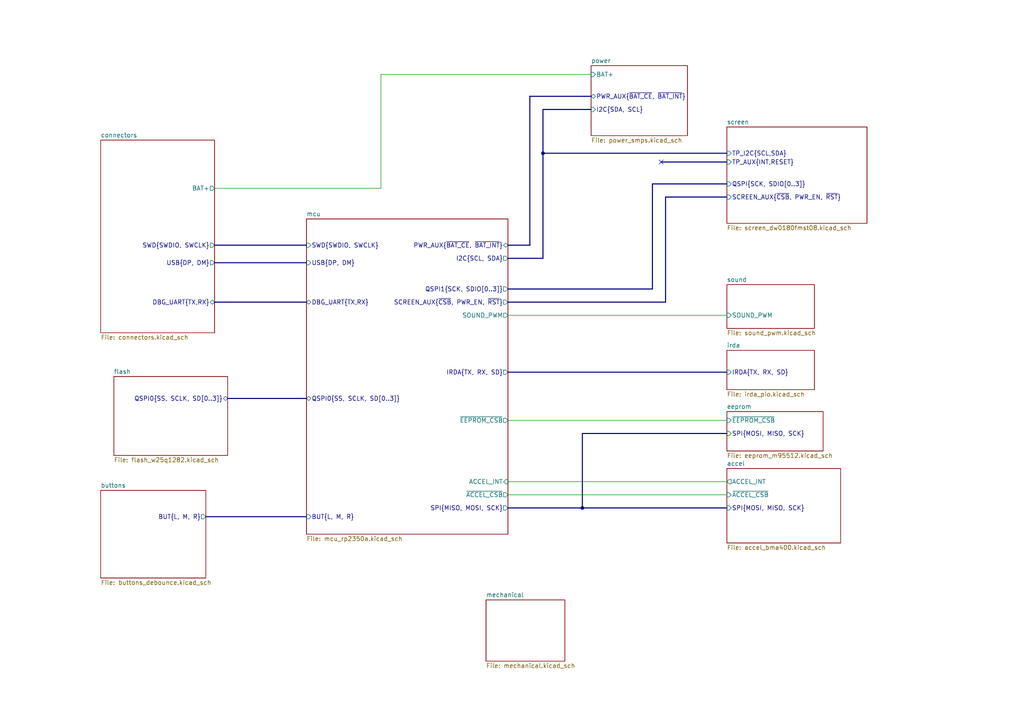
<source format=kicad_sch>
(kicad_sch
	(version 20250114)
	(generator "eeschema")
	(generator_version "9.0")
	(uuid "5cbb45d4-7f83-48dd-a53b-5c75c7d1d827")
	(paper "A4")
	(lib_symbols)
	(junction
		(at 157.48 44.45)
		(diameter 0)
		(color 0 0 0 0)
		(uuid "5c88ca3f-a439-4c3f-885c-145a0c93e42b")
	)
	(junction
		(at 168.91 147.32)
		(diameter 0)
		(color 0 0 0 0)
		(uuid "982476f2-6ce2-42a5-a2dd-6bc91a6943ae")
	)
	(no_connect
		(at 191.77 46.99)
		(uuid "376df94f-d3d7-4af8-8bd9-e66c03ae3c71")
	)
	(bus
		(pts
			(xy 157.48 31.75) (xy 171.45 31.75)
		)
		(stroke
			(width 0)
			(type default)
		)
		(uuid "09280a48-080a-466c-90c6-b4ed091ad38a")
	)
	(bus
		(pts
			(xy 191.77 46.99) (xy 210.82 46.99)
		)
		(stroke
			(width 0)
			(type default)
		)
		(uuid "0cf6bf2a-02d4-489a-8262-64215bde6390")
	)
	(wire
		(pts
			(xy 147.32 139.7) (xy 210.82 139.7)
		)
		(stroke
			(width 0)
			(type default)
		)
		(uuid "0db2b381-5670-4114-a6eb-c1955db3d31f")
	)
	(bus
		(pts
			(xy 168.91 147.32) (xy 210.82 147.32)
		)
		(stroke
			(width 0)
			(type default)
		)
		(uuid "0fb29f1b-e531-4b44-9a1b-e9c1164888e8")
	)
	(bus
		(pts
			(xy 147.32 87.63) (xy 193.04 87.63)
		)
		(stroke
			(width 0)
			(type default)
		)
		(uuid "15a679f1-a15c-4d36-b15c-e2a7957d8e21")
	)
	(wire
		(pts
			(xy 110.49 54.61) (xy 62.23 54.61)
		)
		(stroke
			(width 0)
			(type default)
		)
		(uuid "17fbecf5-d17d-4095-8d36-aed1f3d57179")
	)
	(wire
		(pts
			(xy 110.49 21.59) (xy 171.45 21.59)
		)
		(stroke
			(width 0)
			(type default)
		)
		(uuid "2bb0a332-65a3-4429-893e-156ea4392dfe")
	)
	(wire
		(pts
			(xy 147.32 91.44) (xy 210.82 91.44)
		)
		(stroke
			(width 0)
			(type default)
		)
		(uuid "2c94d991-0749-4207-8a35-b69ce952fe6e")
	)
	(bus
		(pts
			(xy 62.23 76.2) (xy 88.9 76.2)
		)
		(stroke
			(width 0)
			(type default)
		)
		(uuid "34433077-9588-43ba-821f-dca39dc532ea")
	)
	(bus
		(pts
			(xy 59.69 149.86) (xy 88.9 149.86)
		)
		(stroke
			(width 0)
			(type default)
		)
		(uuid "346f740b-4818-45c7-bee4-7ec6c92e56e6")
	)
	(wire
		(pts
			(xy 147.32 121.92) (xy 210.82 121.92)
		)
		(stroke
			(width 0)
			(type default)
		)
		(uuid "3912ffbe-28c1-4243-8ec8-ba989a5a11c9")
	)
	(bus
		(pts
			(xy 147.32 71.12) (xy 153.67 71.12)
		)
		(stroke
			(width 0)
			(type default)
		)
		(uuid "41c36ba1-067d-4a73-9267-ba6c39cf938e")
	)
	(bus
		(pts
			(xy 153.67 71.12) (xy 153.67 27.94)
		)
		(stroke
			(width 0)
			(type default)
		)
		(uuid "63b920e8-6c1c-4a31-b476-6311d9789159")
	)
	(bus
		(pts
			(xy 210.82 44.45) (xy 157.48 44.45)
		)
		(stroke
			(width 0)
			(type default)
		)
		(uuid "71e16862-3be6-474b-934d-fb0e3d6c6e53")
	)
	(bus
		(pts
			(xy 193.04 57.15) (xy 210.82 57.15)
		)
		(stroke
			(width 0)
			(type default)
		)
		(uuid "78d79a33-55fd-4ebd-810e-7266385ce532")
	)
	(bus
		(pts
			(xy 147.32 83.82) (xy 189.23 83.82)
		)
		(stroke
			(width 0)
			(type default)
		)
		(uuid "7c6c8d39-0533-44ea-ac26-45d3d3107cbb")
	)
	(wire
		(pts
			(xy 147.32 143.51) (xy 210.82 143.51)
		)
		(stroke
			(width 0)
			(type default)
		)
		(uuid "848b4238-f10b-470d-83e2-0809023188af")
	)
	(wire
		(pts
			(xy 110.49 21.59) (xy 110.49 54.61)
		)
		(stroke
			(width 0)
			(type default)
		)
		(uuid "8902680c-2d0d-43c3-9e58-3a3fde65bb2e")
	)
	(bus
		(pts
			(xy 193.04 87.63) (xy 193.04 57.15)
		)
		(stroke
			(width 0)
			(type default)
		)
		(uuid "8e02aeee-7082-4009-aebe-d0bf4743b4de")
	)
	(bus
		(pts
			(xy 157.48 44.45) (xy 157.48 74.93)
		)
		(stroke
			(width 0)
			(type default)
		)
		(uuid "927a46f0-a794-4323-adf0-37ae323763b1")
	)
	(bus
		(pts
			(xy 147.32 147.32) (xy 168.91 147.32)
		)
		(stroke
			(width 0)
			(type default)
		)
		(uuid "9393c659-a99b-4b8a-b0c7-d22ea2f95cff")
	)
	(bus
		(pts
			(xy 62.23 87.63) (xy 88.9 87.63)
		)
		(stroke
			(width 0)
			(type default)
		)
		(uuid "a03cdfe0-08b4-440e-ae43-30e75a07780c")
	)
	(bus
		(pts
			(xy 153.67 27.94) (xy 171.45 27.94)
		)
		(stroke
			(width 0)
			(type default)
		)
		(uuid "a62b0186-a05e-41f4-ac80-b395602dd2a8")
	)
	(bus
		(pts
			(xy 147.32 74.93) (xy 157.48 74.93)
		)
		(stroke
			(width 0)
			(type default)
		)
		(uuid "aac281dd-9a94-499f-939c-879a17a96f83")
	)
	(bus
		(pts
			(xy 189.23 53.34) (xy 210.82 53.34)
		)
		(stroke
			(width 0)
			(type default)
		)
		(uuid "b1333452-b7e8-44ed-86af-0d2a4cab5c7c")
	)
	(bus
		(pts
			(xy 168.91 125.73) (xy 210.82 125.73)
		)
		(stroke
			(width 0)
			(type default)
		)
		(uuid "b3077944-a9c2-452b-8d07-5cfe18013468")
	)
	(bus
		(pts
			(xy 62.23 71.12) (xy 88.9 71.12)
		)
		(stroke
			(width 0)
			(type default)
		)
		(uuid "b9f5764d-415e-482a-bd51-71ecf673f544")
	)
	(bus
		(pts
			(xy 189.23 83.82) (xy 189.23 53.34)
		)
		(stroke
			(width 0)
			(type default)
		)
		(uuid "d44ae39d-4575-4c87-a0b0-b6b872f4fac7")
	)
	(bus
		(pts
			(xy 157.48 31.75) (xy 157.48 44.45)
		)
		(stroke
			(width 0)
			(type default)
		)
		(uuid "d73a3a63-1fc6-4697-927a-4cb1e51a61a5")
	)
	(bus
		(pts
			(xy 66.04 115.57) (xy 88.9 115.57)
		)
		(stroke
			(width 0)
			(type default)
		)
		(uuid "e535244a-45d5-4ff5-b131-759510d39f77")
	)
	(bus
		(pts
			(xy 168.91 147.32) (xy 168.91 125.73)
		)
		(stroke
			(width 0)
			(type default)
		)
		(uuid "e79b4bf7-7391-4645-a5b5-8c694303b12c")
	)
	(bus
		(pts
			(xy 147.32 107.95) (xy 210.82 107.95)
		)
		(stroke
			(width 0)
			(type default)
		)
		(uuid "f993147b-65bf-4a21-97d6-0e87008e689c")
	)
	(sheet
		(at 29.21 142.24)
		(size 30.48 25.4)
		(exclude_from_sim no)
		(in_bom yes)
		(on_board yes)
		(dnp no)
		(fields_autoplaced yes)
		(stroke
			(width 0.1524)
			(type solid)
		)
		(fill
			(color 0 0 0 0.0000)
		)
		(uuid "0c6e2854-4319-446d-af5f-51ea12edf0fc")
		(property "Sheetname" "buttons"
			(at 29.21 141.5284 0)
			(effects
				(font
					(size 1.27 1.27)
				)
				(justify left bottom)
			)
		)
		(property "Sheetfile" "buttons_debounce.kicad_sch"
			(at 29.21 168.2246 0)
			(effects
				(font
					(size 1.27 1.27)
				)
				(justify left top)
			)
		)
		(pin "BUT{L, M, R}" output
			(at 59.69 149.86 0)
			(uuid "a747acd1-ec7a-427b-b6b1-74a0ef5f0298")
			(effects
				(font
					(size 1.27 1.27)
				)
				(justify right)
			)
		)
		(instances
			(project "rp2350-v0.2"
				(path "/5cbb45d4-7f83-48dd-a53b-5c75c7d1d827"
					(page "11")
				)
			)
		)
	)
	(sheet
		(at 210.82 82.55)
		(size 25.4 12.7)
		(exclude_from_sim no)
		(in_bom yes)
		(on_board yes)
		(dnp no)
		(fields_autoplaced yes)
		(stroke
			(width 0.1524)
			(type solid)
		)
		(fill
			(color 0 0 0 0.0000)
		)
		(uuid "375de3b7-f101-4c02-86e1-c1b4b97df7df")
		(property "Sheetname" "sound"
			(at 210.82 81.8384 0)
			(effects
				(font
					(size 1.27 1.27)
				)
				(justify left bottom)
			)
		)
		(property "Sheetfile" "sound_pwm.kicad_sch"
			(at 210.82 95.8346 0)
			(effects
				(font
					(size 1.27 1.27)
				)
				(justify left top)
			)
		)
		(pin "SOUND_PWM" input
			(at 210.82 91.44 180)
			(uuid "deccd47e-70fa-430c-a353-7ef041965c08")
			(effects
				(font
					(size 1.27 1.27)
				)
				(justify left)
			)
		)
		(instances
			(project "rp2350-v0.2"
				(path "/5cbb45d4-7f83-48dd-a53b-5c75c7d1d827"
					(page "9")
				)
			)
		)
	)
	(sheet
		(at 88.9 63.5)
		(size 58.42 91.44)
		(exclude_from_sim no)
		(in_bom yes)
		(on_board yes)
		(dnp no)
		(fields_autoplaced yes)
		(stroke
			(width 0.1524)
			(type solid)
		)
		(fill
			(color 0 0 0 0.0000)
		)
		(uuid "43898cce-4488-4636-8fe4-d95251b1544a")
		(property "Sheetname" "mcu"
			(at 88.9 62.7884 0)
			(effects
				(font
					(size 1.27 1.27)
				)
				(justify left bottom)
			)
		)
		(property "Sheetfile" "mcu_rp2350a.kicad_sch"
			(at 88.9 155.5246 0)
			(effects
				(font
					(size 1.27 1.27)
				)
				(justify left top)
			)
		)
		(pin "SWD{SWDIO, SWCLK}" input
			(at 88.9 71.12 180)
			(uuid "85593640-91fb-4481-b800-589c8f1b48c2")
			(effects
				(font
					(size 1.27 1.27)
				)
				(justify left)
			)
		)
		(pin "USB{DP, DM}" input
			(at 88.9 76.2 180)
			(uuid "4ebac96a-88a8-4cd5-b334-858461615fa6")
			(effects
				(font
					(size 1.27 1.27)
				)
				(justify left)
			)
		)
		(pin "IRDA{TX, RX, SD}" output
			(at 147.32 107.95 0)
			(uuid "9a500e26-9aa7-48d8-ab74-2c56bb45c9d0")
			(effects
				(font
					(size 1.27 1.27)
				)
				(justify right)
			)
		)
		(pin "SCREEN_AUX{~{CSB}, PWR_EN, ~{RST}}" output
			(at 147.32 87.63 0)
			(uuid "6aa65a14-e209-4cd4-afe4-f08bcf1c9831")
			(effects
				(font
					(size 1.27 1.27)
				)
				(justify right)
			)
		)
		(pin "~{EEPROM_CSB}" output
			(at 147.32 121.92 0)
			(uuid "cafb1125-4331-4f24-a45f-a24302c39bba")
			(effects
				(font
					(size 1.27 1.27)
				)
				(justify right)
			)
		)
		(pin "ACCEL_INT" input
			(at 147.32 139.7 0)
			(uuid "c308ff8f-fa68-471e-a1ac-1c168cd2f165")
			(effects
				(font
					(size 1.27 1.27)
				)
				(justify right)
			)
		)
		(pin "~{ACCEL_CSB}" output
			(at 147.32 143.51 0)
			(uuid "a85ec971-baab-4424-82e8-27c9982a20dd")
			(effects
				(font
					(size 1.27 1.27)
				)
				(justify right)
			)
		)
		(pin "PWR_AUX{~{BAT_CE}, ~{BAT_INT}}" bidirectional
			(at 147.32 71.12 0)
			(uuid "1eb3d7f8-22e9-4524-a2d9-255e78c28082")
			(effects
				(font
					(size 1.27 1.27)
				)
				(justify right)
			)
		)
		(pin "SPI{MISO, MOSI, SCK}" output
			(at 147.32 147.32 0)
			(uuid "908928f4-e58a-4e24-b05e-d6f90a8f4958")
			(effects
				(font
					(size 1.27 1.27)
				)
				(justify right)
			)
		)
		(pin "I2C{SCL, SDA}" output
			(at 147.32 74.93 0)
			(uuid "741ad795-b50f-4493-af26-c4de52550709")
			(effects
				(font
					(size 1.27 1.27)
				)
				(justify right)
			)
		)
		(pin "BUT{L, M, R}" input
			(at 88.9 149.86 180)
			(uuid "474e5f2e-e251-4564-badd-77407a0b5451")
			(effects
				(font
					(size 1.27 1.27)
				)
				(justify left)
			)
		)
		(pin "QSPI1{SCK, SDIO[0..3]}" output
			(at 147.32 83.82 0)
			(uuid "76e3ea1b-97e4-4289-bb1d-ffa4a775d25d")
			(effects
				(font
					(size 1.27 1.27)
				)
				(justify right)
			)
		)
		(pin "DBG_UART{TX,RX}" bidirectional
			(at 88.9 87.63 180)
			(uuid "246b43a7-a3d2-427b-96c7-f1f8647b41c9")
			(effects
				(font
					(size 1.27 1.27)
				)
				(justify left)
			)
		)
		(pin "SOUND_PWM" output
			(at 147.32 91.44 0)
			(uuid "33e28afc-49a2-40ef-a79b-b3b189acdb5b")
			(effects
				(font
					(size 1.27 1.27)
				)
				(justify right)
			)
		)
		(pin "QSPI0{SS, SCLK, SD[0..3]}" bidirectional
			(at 88.9 115.57 180)
			(uuid "93bb4823-7322-4c6f-9bd8-cdc2c82a71b5")
			(effects
				(font
					(size 1.27 1.27)
				)
				(justify left)
			)
		)
		(instances
			(project "rp2350-v0.2"
				(path "/5cbb45d4-7f83-48dd-a53b-5c75c7d1d827"
					(page "4")
				)
			)
		)
	)
	(sheet
		(at 140.97 173.99)
		(size 22.86 17.78)
		(exclude_from_sim no)
		(in_bom yes)
		(on_board yes)
		(dnp no)
		(fields_autoplaced yes)
		(stroke
			(width 0.1524)
			(type solid)
		)
		(fill
			(color 0 0 0 0.0000)
		)
		(uuid "67d4a0f3-4e69-421f-9ad6-892250f9dcf5")
		(property "Sheetname" "mechanical"
			(at 140.97 173.2784 0)
			(effects
				(font
					(size 1.27 1.27)
				)
				(justify left bottom)
			)
		)
		(property "Sheetfile" "mechanical.kicad_sch"
			(at 140.97 192.3546 0)
			(effects
				(font
					(size 1.27 1.27)
				)
				(justify left top)
			)
		)
		(instances
			(project "rp2350-v0.2"
				(path "/5cbb45d4-7f83-48dd-a53b-5c75c7d1d827"
					(page "10")
				)
			)
		)
	)
	(sheet
		(at 210.82 119.38)
		(size 27.94 11.43)
		(exclude_from_sim no)
		(in_bom yes)
		(on_board yes)
		(dnp no)
		(fields_autoplaced yes)
		(stroke
			(width 0.1524)
			(type solid)
		)
		(fill
			(color 0 0 0 0.0000)
		)
		(uuid "9111d733-478b-42e1-91b4-54aa10bab058")
		(property "Sheetname" "eeprom"
			(at 210.82 118.6684 0)
			(effects
				(font
					(size 1.27 1.27)
				)
				(justify left bottom)
			)
		)
		(property "Sheetfile" "eeprom_m95512.kicad_sch"
			(at 210.82 131.3946 0)
			(effects
				(font
					(size 1.27 1.27)
				)
				(justify left top)
			)
		)
		(pin "~{EEPROM_CSB}" input
			(at 210.82 121.92 180)
			(uuid "422cce61-8abe-4ab2-ac88-af415eb59ae3")
			(effects
				(font
					(size 1.27 1.27)
				)
				(justify left)
			)
		)
		(pin "SPI{MOSI, MISO, SCK}" input
			(at 210.82 125.73 180)
			(uuid "78b155a2-9b5d-440d-b54f-f5b33453d47d")
			(effects
				(font
					(size 1.27 1.27)
				)
				(justify left)
			)
		)
		(instances
			(project "rp2350-v0.2"
				(path "/5cbb45d4-7f83-48dd-a53b-5c75c7d1d827"
					(page "5")
				)
			)
		)
	)
	(sheet
		(at 29.21 40.64)
		(size 33.02 55.88)
		(exclude_from_sim no)
		(in_bom yes)
		(on_board yes)
		(dnp no)
		(fields_autoplaced yes)
		(stroke
			(width 0.1524)
			(type solid)
		)
		(fill
			(color 0 0 0 0.0000)
		)
		(uuid "a0109155-cd66-4000-9716-f8f6190d36bf")
		(property "Sheetname" "connectors"
			(at 29.21 39.9284 0)
			(effects
				(font
					(size 1.27 1.27)
				)
				(justify left bottom)
			)
		)
		(property "Sheetfile" "connectors.kicad_sch"
			(at 29.21 97.1046 0)
			(effects
				(font
					(size 1.27 1.27)
				)
				(justify left top)
			)
		)
		(pin "SWD{SWDIO, SWCLK}" output
			(at 62.23 71.12 0)
			(uuid "fb74c090-8ef1-4f38-88c4-7352df266ae2")
			(effects
				(font
					(size 1.27 1.27)
				)
				(justify right)
			)
		)
		(pin "BAT+" output
			(at 62.23 54.61 0)
			(uuid "2db49790-6cc5-4b7b-9d42-cf843b7e9398")
			(effects
				(font
					(size 1.27 1.27)
				)
				(justify right)
			)
		)
		(pin "USB{DP, DM}" output
			(at 62.23 76.2 0)
			(uuid "13b1e141-f4b2-4277-8009-938f12838953")
			(effects
				(font
					(size 1.27 1.27)
				)
				(justify right)
			)
		)
		(pin "DBG_UART{TX,RX}" bidirectional
			(at 62.23 87.63 0)
			(uuid "32494b9a-2fe0-44cb-b2b6-e4323c128b09")
			(effects
				(font
					(size 1.27 1.27)
				)
				(justify right)
			)
		)
		(instances
			(project "rp2350-v0.2"
				(path "/5cbb45d4-7f83-48dd-a53b-5c75c7d1d827"
					(page "8")
				)
			)
		)
	)
	(sheet
		(at 210.82 36.83)
		(size 40.64 27.94)
		(exclude_from_sim no)
		(in_bom yes)
		(on_board yes)
		(dnp no)
		(fields_autoplaced yes)
		(stroke
			(width 0.1524)
			(type solid)
		)
		(fill
			(color 0 0 0 0.0000)
		)
		(uuid "acc6b550-0215-4302-88ee-d8cdb26529cb")
		(property "Sheetname" "screen"
			(at 210.82 36.1184 0)
			(effects
				(font
					(size 1.27 1.27)
				)
				(justify left bottom)
			)
		)
		(property "Sheetfile" "screen_dw0180fmst08.kicad_sch"
			(at 210.82 65.3546 0)
			(effects
				(font
					(size 1.27 1.27)
				)
				(justify left top)
			)
		)
		(pin "QSPI{SCK, SDIO[0..3]}" input
			(at 210.82 53.34 180)
			(uuid "60806fd4-2d4a-40c5-b22b-f595b9ca5fd4")
			(effects
				(font
					(size 1.27 1.27)
				)
				(justify left)
			)
		)
		(pin "SCREEN_AUX{~{CSB}, PWR_EN, ~{RST}}" input
			(at 210.82 57.15 180)
			(uuid "e178fc10-22fe-4650-bab2-69b28706e4e4")
			(effects
				(font
					(size 1.27 1.27)
				)
				(justify left)
			)
		)
		(pin "TP_I2C{SCL,SDA}" input
			(at 210.82 44.45 180)
			(uuid "8d7bcb5f-89f5-4684-8ee8-aa1aff1b4aff")
			(effects
				(font
					(size 1.27 1.27)
				)
				(justify left)
			)
		)
		(pin "TP_AUX{INT,RESET}" input
			(at 210.82 46.99 180)
			(uuid "1ab5e363-5b88-4430-a6a1-c441b1bc307e")
			(effects
				(font
					(size 1.27 1.27)
				)
				(justify left)
			)
		)
		(instances
			(project "rp2350-v0.2"
				(path "/5cbb45d4-7f83-48dd-a53b-5c75c7d1d827"
					(page "3")
				)
			)
		)
	)
	(sheet
		(at 33.02 109.22)
		(size 33.02 22.86)
		(exclude_from_sim no)
		(in_bom yes)
		(on_board yes)
		(dnp no)
		(fields_autoplaced yes)
		(stroke
			(width 0.1524)
			(type solid)
		)
		(fill
			(color 0 0 0 0.0000)
		)
		(uuid "d61d67cb-51a7-4693-85fc-ed7a034bf235")
		(property "Sheetname" "flash"
			(at 33.02 108.5084 0)
			(effects
				(font
					(size 1.27 1.27)
				)
				(justify left bottom)
			)
		)
		(property "Sheetfile" "flash_w25q1282.kicad_sch"
			(at 33.02 132.6646 0)
			(effects
				(font
					(size 1.27 1.27)
				)
				(justify left top)
			)
		)
		(pin "QSPI0{SS, SCLK, SD[0..3]}" bidirectional
			(at 66.04 115.57 0)
			(uuid "3ae60813-153e-40ee-9565-864d69415770")
			(effects
				(font
					(size 1.27 1.27)
				)
				(justify right)
			)
		)
		(instances
			(project "rp2350-v0.2"
				(path "/5cbb45d4-7f83-48dd-a53b-5c75c7d1d827"
					(page "12")
				)
			)
		)
	)
	(sheet
		(at 210.82 101.6)
		(size 25.4 11.43)
		(exclude_from_sim no)
		(in_bom yes)
		(on_board yes)
		(dnp no)
		(fields_autoplaced yes)
		(stroke
			(width 0.1524)
			(type solid)
		)
		(fill
			(color 0 0 0 0.0000)
		)
		(uuid "df45514b-d4ed-4c25-a24b-be9fe783d7b6")
		(property "Sheetname" "irda"
			(at 210.82 100.8884 0)
			(effects
				(font
					(size 1.27 1.27)
				)
				(justify left bottom)
			)
		)
		(property "Sheetfile" "irda_pio.kicad_sch"
			(at 210.82 113.6146 0)
			(effects
				(font
					(size 1.27 1.27)
				)
				(justify left top)
			)
		)
		(pin "IRDA{TX, RX, SD}" input
			(at 210.82 107.95 180)
			(uuid "6d47575c-fc28-4511-b769-e03445f42761")
			(effects
				(font
					(size 1.27 1.27)
				)
				(justify left)
			)
		)
		(instances
			(project "rp2350-v0.2"
				(path "/5cbb45d4-7f83-48dd-a53b-5c75c7d1d827"
					(page "6")
				)
			)
		)
	)
	(sheet
		(at 171.45 19.05)
		(size 27.94 20.32)
		(exclude_from_sim no)
		(in_bom yes)
		(on_board yes)
		(dnp no)
		(fields_autoplaced yes)
		(stroke
			(width 0.1524)
			(type solid)
		)
		(fill
			(color 0 0 0 0.0000)
		)
		(uuid "e9800bf9-b30f-4ca1-94ae-2aa68cc9dec4")
		(property "Sheetname" "power"
			(at 171.45 18.3384 0)
			(effects
				(font
					(size 1.27 1.27)
				)
				(justify left bottom)
			)
		)
		(property "Sheetfile" "power_smps.kicad_sch"
			(at 171.45 39.9546 0)
			(effects
				(font
					(size 1.27 1.27)
				)
				(justify left top)
			)
		)
		(pin "BAT+" input
			(at 171.45 21.59 180)
			(uuid "189ab4b9-1b69-4fdd-b0b3-8fc29cdf021d")
			(effects
				(font
					(size 1.27 1.27)
				)
				(justify left)
			)
		)
		(pin "PWR_AUX{~{BAT_CE}, ~{BAT_INT}}" bidirectional
			(at 171.45 27.94 180)
			(uuid "47fbd27c-ef97-4368-a52c-f48ea90354d5")
			(effects
				(font
					(size 1.27 1.27)
				)
				(justify left)
			)
		)
		(pin "I2C{SDA, SCL}" input
			(at 171.45 31.75 180)
			(uuid "ef7e4b70-3095-4045-8633-3d3e917d134f")
			(effects
				(font
					(size 1.27 1.27)
				)
				(justify left)
			)
		)
		(instances
			(project "rp2350-v0.2"
				(path "/5cbb45d4-7f83-48dd-a53b-5c75c7d1d827"
					(page "7")
				)
			)
		)
	)
	(sheet
		(at 210.82 135.89)
		(size 33.02 21.59)
		(exclude_from_sim no)
		(in_bom yes)
		(on_board yes)
		(dnp no)
		(fields_autoplaced yes)
		(stroke
			(width 0.1524)
			(type solid)
		)
		(fill
			(color 0 0 0 0.0000)
		)
		(uuid "ffe530de-e393-4ac8-a471-7661cdea5c19")
		(property "Sheetname" "accel"
			(at 210.82 135.1784 0)
			(effects
				(font
					(size 1.27 1.27)
				)
				(justify left bottom)
			)
		)
		(property "Sheetfile" "accel_bma400.kicad_sch"
			(at 210.82 158.0646 0)
			(effects
				(font
					(size 1.27 1.27)
				)
				(justify left top)
			)
		)
		(pin "ACCEL_INT" output
			(at 210.82 139.7 180)
			(uuid "c56567fe-ed28-41fc-9689-932511762840")
			(effects
				(font
					(size 1.27 1.27)
				)
				(justify left)
			)
		)
		(pin "~{ACCEL_CSB}" input
			(at 210.82 143.51 180)
			(uuid "54c7b275-a830-4025-a8d2-4970bf2b6430")
			(effects
				(font
					(size 1.27 1.27)
				)
				(justify left)
			)
		)
		(pin "SPI{MOSI, MISO, SCK}" input
			(at 210.82 147.32 180)
			(uuid "584f7cbb-e1d0-4c19-8362-606e78668819")
			(effects
				(font
					(size 1.27 1.27)
				)
				(justify left)
			)
		)
		(instances
			(project "rp2350-v0.2"
				(path "/5cbb45d4-7f83-48dd-a53b-5c75c7d1d827"
					(page "2")
				)
			)
		)
	)
	(sheet_instances
		(path "/"
			(page "1")
		)
	)
	(embedded_fonts no)
)

</source>
